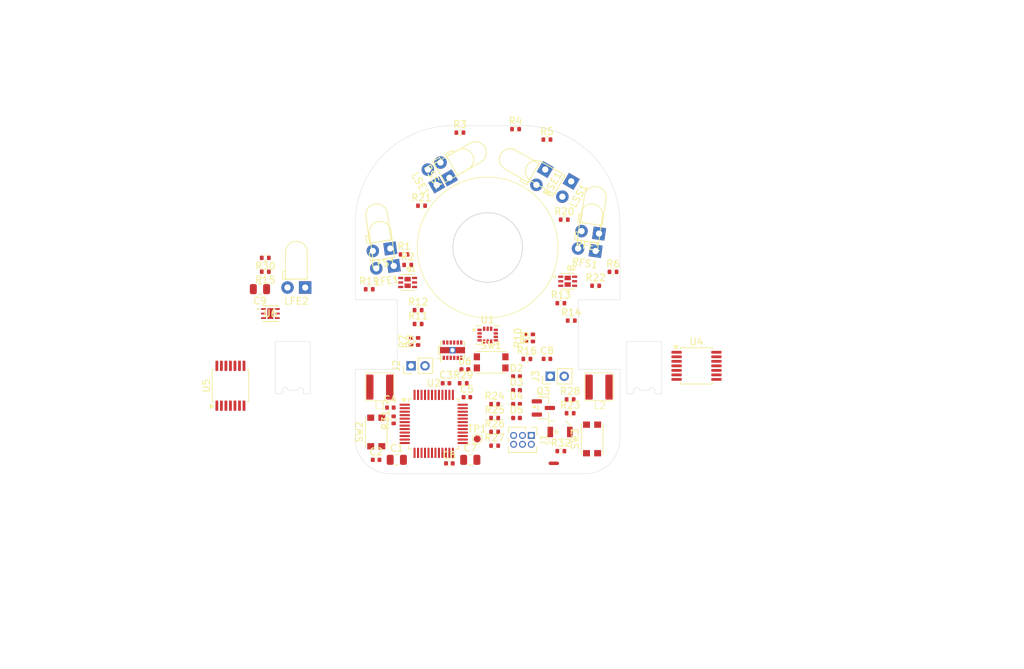
<source format=kicad_pcb>
(kicad_pcb (version 20241229) (generator "pcbnew") (generator_version "9.0")
  (layers (0 "F.Cu" signal) (2 "B.Cu" signal) (13 "F.Paste" user) (15 "B.Paste" user) (5 "F.SilkS" user "F.Silkscreen") (7 "B.SilkS" user "B.Silkscreen") (1 "F.Mask" user) (3 "B.Mask" user) (25 "Edge.Cuts" user))
  (net 0 "")
  (net 33 "Net-(D5-K)")
  (net 34 "GND")
  (net 35 "+BATT")
  (net 36 "+3.3V")
  (net 37 "L_MOT1")
  (net 38 "R_MOT2")
  (net 39 "L_MOT2")
  (net 40 "R_MOT1")
  (net 41 "+3.3VA")
  (net 42 "GNDA")
  (net 43 "NRST")
  (net 44 "SW_B")
  (net 45 "SW_A")
  (net 46 "LFS")
  (net 47 "LSS")
  (net 48 "RSS")
  (net 49 "RFS")
  (net 50 "SPKR")
  (net 51 "LFE")
  (net 52 "+5V")
  (net 53 "Net-(J2-Pin_1)")
  (net 54 "Net-(J3-Pin_1)")
  (net 55 "RFE")
  (net 56 "RSE")
  (net 57 "LSE")
  (net 58 "Net-(J2-Pin_2)")
  (net 59 "Net-(J3-Pin_2)")
  (net 60 "Net-(U2-VCAP)")
  (net 61 "Net-(D2-K)")
  (net 62 "Net-(D3-K)")
  (net 63 "Net-(D4-K)")
  (net 64 "Net-(U3-AOUT1)")
  (net 65 "Net-(U3-BOUT1)")
  (net 116 "Net-(LFE1-K)")
  (net 117 "Net-(LSE1-K)")
  (net 118 "Net-(RSE1-K)")
  (net 119 "Net-(RFE1-K)")
  (net 120 "Net-(Q1-D1-Pad6)")
  (net 121 "Net-(Q1-D2-Pad3)")
  (net 122 "Net-(Q2-D2-Pad3)")
  (net 123 "Net-(Q2-D1-Pad6)")
  (net 124 "LED1")
  (net 125 "LED2")
  (net 126 "LED3")
  (net 127 "LED4")
  (net 128 "Net-(Q3-D)")
  (net 129 "Net-(Q1-G1)")
  (net 130 "Net-(Q1-G2)")
  (net 131 "Net-(Q2-S1)")
  (net 132 "Net-(Q2-S2)")
  (net 133 "Net-(Q3-G)")
  (net 134 "Net-(D6-K)")
  (net 135 "BOOT0")
  (net 138 "Net-(LFE2-A)")
  (net 139 "Net-(LFE2-K)")
  (net 140 "Net-(U6-REXT)")
  (footprint "minimus:SMT-0340-T-R" (layer "F.Cu") (at 110.4 114)
    (property "Reference" "LS1" (hide yes))
    (property "Value" "SMT-0340-T-R")
    (pad "1" smd rect (at -1.4 0) (size 0.8 1.5) (layers "F.Cu" "F.Mask" "F.Paste") (net 36 "+3.3V"))
    (pad "2" smd rect (at 1.4 0) (size 0.8 1.5) (layers "F.Cu" "F.Mask" "F.Paste") (net 128 "Net-(Q3-D)"))
  )
  (footprint "LED_SMD:LED_0402_1005Metric" (layer "F.Cu") (at 104.145 111.99)
    (property "Reference" "D5" (at 0 -1.17 0) (layer "F.SilkS"))
    (property "Value" "LED")
    (pad "1" smd roundrect (at -0.485 0) (size 0.59 0.64) (layers "F.Cu" "F.Mask" "F.Paste") (net 33 "Net-(D5-K)"))
    (pad "2" smd roundrect (at 0.485 0) (size 0.59 0.64) (layers "F.Cu" "F.Mask" "F.Paste") (net 127 "LED4"))
  )
  (footprint "Resistor_SMD:R_0402_1005Metric" (layer "F.Cu") (at 101 113.98)
    (property "Reference" "R26" (at 0 -1.17 0) (layer "F.SilkS"))
    (property "Value" "1k0")
    (pad "1" smd roundrect (at -0.51 0) (size 0.54 0.64) (layers "F.Cu" "F.Mask" "F.Paste") (net 63 "Net-(D4-K)"))
    (pad "2" smd roundrect (at 0.51 0) (size 0.54 0.64) (layers "F.Cu" "F.Mask" "F.Paste") (net 34 "GND"))
  )
  (footprint "Connector_PinHeader_1.27mm:PinHeader_2x03_P1.27mm_Vertical" (layer "F.Cu") (at 106.27 114.5 -90)
    (property "Reference" "J1" (at 0.635 -1.745 90) (layer "F.SilkS"))
    (property "Value" "PROG_SER")
    (pad "1" thru_hole rect (at 0 0 270) (size 1 1) (drill 0.65) (layers "*.Cu" "*.Mask"))
    (pad "2" thru_hole circle (at 1.27 0 270) (size 1 1) (drill 0.65) (layers "*.Cu" "*.Mask"))
    (pad "3" thru_hole circle (at 0 1.27 270) (size 1 1) (drill 0.65) (layers "*.Cu" "*.Mask"))
    (pad "4" thru_hole circle (at 1.27 1.27 270) (size 1 1) (drill 0.65) (layers "*.Cu" "*.Mask"))
    (pad "5" thru_hole circle (at 0 2.54 270) (size 1 1) (drill 0.65) (layers "*.Cu" "*.Mask"))
    (pad "6" thru_hole circle (at 1.27 2.54 270) (size 1 1) (drill 0.65) (layers "*.Cu" "*.Mask"))
  )
  (footprint "Connector_PinHeader_2.00mm:PinHeader_1x02_P2.00mm_Vertical" (layer "F.Cu") (at 109 106 90)
    (property "Reference" "J3" (at 0 -2.11 90) (layer "F.SilkS"))
    (property "Value" "LM")
    (pad "1" thru_hole rect (at 0 0 90) (size 1.35 1.35) (drill 0.8) (layers "*.Cu" "*.Mask") (net 54 "Net-(J3-Pin_1)"))
    (pad "2" thru_hole circle (at 0 2 90) (size 1.35 1.35) (drill 0.8) (layers "*.Cu" "*.Mask") (net 59 "Net-(J3-Pin_2)"))
  )
  (footprint "Resistor_SMD:R_0402_1005Metric" (layer "F.Cu") (at 101 110)
    (property "Reference" "R24" (at 0 -1.17 0) (layer "F.SilkS"))
    (property "Value" "1k0")
    (pad "1" smd roundrect (at -0.51 0) (size 0.54 0.64) (layers "F.Cu" "F.Mask" "F.Paste") (net 61 "Net-(D2-K)"))
    (pad "2" smd roundrect (at 0.51 0) (size 0.54 0.64) (layers "F.Cu" "F.Mask" "F.Paste") (net 34 "GND"))
  )
  (footprint "Button_Switch_SMD:SW_Push_1P1T_NO_CK_KMR2" (layer "F.Cu") (at 84 114 90)
    (property "Reference" "SW2" (at 0 -2.45 90) (layer "F.SilkS"))
    (property "Value" "USER_A")
    (pad "1" smd rect (at -2.05 -0.8 90) (size 0.9 1) (layers "F.Cu" "F.Mask" "F.Paste") (net 34 "GND"))
    (pad "1" smd rect (at 2.05 -0.8 90) (size 0.9 1) (layers "F.Cu" "F.Mask" "F.Paste") (net 34 "GND"))
    (pad "2" smd rect (at -2.05 0.8 90) (size 0.9 1) (layers "F.Cu" "F.Mask" "F.Paste") (net 45 "SW_A"))
    (pad "2" smd rect (at 2.05 0.8 90) (size 0.9 1) (layers "F.Cu" "F.Mask" "F.Paste") (net 45 "SW_A"))
  )
  (footprint "Resistor_SMD:R_0402_1005Metric" (layer "F.Cu") (at 86.5 112.26 90)
    (property "Reference" "R31" (at 0 -1.17 90) (layer "F.SilkS"))
    (property "Value" "47k")
    (pad "1" smd roundrect (at -0.51 0 90) (size 0.54 0.64) (layers "F.Cu" "F.Mask" "F.Paste") (net 36 "+3.3V"))
    (pad "2" smd roundrect (at 0.51 0 90) (size 0.54 0.64) (layers "F.Cu" "F.Mask" "F.Paste") (net 45 "SW_A"))
  )
  (footprint "Resistor_SMD:R_0402_1005Metric" (layer "F.Cu") (at 96.01 71)
    (property "Reference" "R3" (at 0 -1.17 0) (layer "F.SilkS"))
    (property "Value" "33R")
    (pad "1" smd roundrect (at -0.51 0) (size 0.54 0.64) (layers "F.Cu" "F.Mask" "F.Paste") (net 117 "Net-(LSE1-K)"))
    (pad "2" smd roundrect (at 0.51 0) (size 0.54 0.64) (layers "F.Cu" "F.Mask" "F.Paste") (net 120 "Net-(Q1-D1-Pad6)"))
  )
  (footprint "Resistor_SMD:R_0402_1005Metric" (layer "F.Cu") (at 101 111.99)
    (property "Reference" "R25" (at 0 -1.17 0) (layer "F.SilkS"))
    (property "Value" "1k0")
    (pad "1" smd roundrect (at -0.51 0) (size 0.54 0.64) (layers "F.Cu" "F.Mask" "F.Paste") (net 62 "Net-(D3-K)"))
    (pad "2" smd roundrect (at 0.51 0) (size 0.54 0.64) (layers "F.Cu" "F.Mask" "F.Paste") (net 34 "GND"))
  )
  (footprint "LED_THT:LED_D3.0mm_Horizontal_O1.27mm_Z2.0mm_IRBlack" (layer "F.Cu") (at 86.515281 90.1465 -172)
    (property "Reference" "LFE1" (at 1.27 -1.96 8) (layer "F.SilkS"))
    (property "Value" "SFH4050")
    (pad "1" thru_hole rect (at 0 0 188) (size 1.8 1.8) (drill 0.9) (layers "*.Cu" "*.Mask") (net 116 "Net-(LFE1-K)"))
    (pad "2" thru_hole circle (at 2.54 0 188) (size 1.8 1.8) (drill 0.9) (layers "*.Cu" "*.Mask") (net 52 "+5V"))
  )
  (footprint "Resistor_SMD:R_0402_1005Metric" (layer "F.Cu") (at 118.01 91)
    (property "Reference" "R6" (at 0 -1.17 0) (layer "F.SilkS"))
    (property "Value" "33R")
    (pad "1" smd roundrect (at -0.51 0) (size 0.54 0.64) (layers "F.Cu" "F.Mask" "F.Paste") (net 119 "Net-(RFE1-K)"))
    (pad "2" smd roundrect (at 0.51 0) (size 0.54 0.64) (layers "F.Cu" "F.Mask" "F.Paste") (net 123 "Net-(Q2-D1-Pad6)"))
  )
  (footprint "Connector_PinHeader_2.00mm:PinHeader_1x02_P2.00mm_Vertical" (layer "F.Cu") (at 89 104.5 90)
    (property "Reference" "J2" (at 0 -2.11 90) (layer "F.SilkS"))
    (property "Value" "LM")
    (pad "1" thru_hole rect (at 0 0 90) (size 1.35 1.35) (drill 0.8) (layers "*.Cu" "*.Mask") (net 53 "Net-(J2-Pin_1)"))
    (pad "2" thru_hole circle (at 0 2 90) (size 1.35 1.35) (drill 0.8) (layers "*.Cu" "*.Mask") (net 58 "Net-(J2-Pin_2)"))
  )
  (footprint "Resistor_SMD:R_0402_1005Metric" (layer "F.Cu") (at 82.99 93.5)
    (property "Reference" "R19" (at 0 -1.17 0) (layer "F.SilkS"))
    (property "Value" "1k0")
    (pad "1" smd roundrect (at -0.51 0) (size 0.54 0.64) (layers "F.Cu" "F.Mask" "F.Paste") (net 46 "LFS"))
    (pad "2" smd roundrect (at 0.51 0) (size 0.54 0.64) (layers "F.Cu" "F.Mask" "F.Paste") (net 42 "GNDA"))
  )
  (footprint "Resistor_SMD:R_0402_1005Metric" (layer "F.Cu") (at 90.01 96.5)
    (property "Reference" "R12" (at 0 -1.17 0) (layer "F.SilkS"))
    (property "Value" "47k")
    (pad "1" smd roundrect (at -0.51 0) (size 0.54 0.64) (layers "F.Cu" "F.Mask" "F.Paste") (net 129 "Net-(Q1-G1)"))
    (pad "2" smd roundrect (at 0.51 0) (size 0.54 0.64) (layers "F.Cu" "F.Mask" "F.Paste") (net 34 "GND"))
  )
  (footprint "Resistor_SMD:R_0402_1005Metric" (layer "F.Cu") (at 88 88.5)
    (property "Reference" "R1" (at 0 -1.17 0) (layer "F.SilkS"))
    (property "Value" "33R")
    (pad "1" smd roundrect (at -0.51 0) (size 0.54 0.64) (layers "F.Cu" "F.Mask" "F.Paste") (net 116 "Net-(LFE1-K)"))
    (pad "2" smd roundrect (at 0.51 0) (size 0.54 0.64) (layers "F.Cu" "F.Mask" "F.Paste") (net 121 "Net-(Q1-D2-Pad3)"))
  )
  (footprint "Resistor_SMD:R_0402_1005Metric" (layer "F.Cu") (at 115.51 93)
    (property "Reference" "R22" (at 0 -1.17 0) (layer "F.SilkS"))
    (property "Value" "1k0")
    (pad "1" smd roundrect (at -0.51 0) (size 0.54 0.64) (layers "F.Cu" "F.Mask" "F.Paste") (net 49 "RFS"))
    (pad "2" smd roundrect (at 0.51 0) (size 0.54 0.64) (layers "F.Cu" "F.Mask" "F.Paste") (net 42 "GNDA"))
  )
  (footprint "minimus:IFSC-1515AH-01" (layer "F.Cu") (at 84.5 107.5)
    (property "Reference" "L1" (at 0.1 2.7 0) (layer "F.SilkS") (effects (font (thickness 0.1))))
    (property "Value" "47uH")
    (pad "1" smd roundrect (at -1.475 0.05) (size 1.15 3.6) (layers "F.Cu" "F.Mask" "F.Paste") (roundrect_rratio 0.15) (net 64 "Net-(U3-AOUT1)"))
    (pad "2" smd roundrect (at 1.475 0.05) (size 1.15 3.6) (layers "F.Cu" "F.Mask" "F.Paste") (roundrect_rratio 0.15) (net 53 "Net-(J2-Pin_1)"))
  )
  (footprint "Resistor_SMD:R_0402_1005Metric" (layer "F.Cu") (at 89 101 90)
    (property "Reference" "R7" (at 0 -1.17 90) (layer "F.SilkS"))
    (property "Value" "1k0")
    (pad "1" smd roundrect (at -0.51 0 90) (size 0.54 0.64) (layers "F.Cu" "F.Mask" "F.Paste") (net 56 "RSE"))
    (pad "2" smd roundrect (at 0.51 0 90) (size 0.54 0.64) (layers "F.Cu" "F.Mask" "F.Paste") (net 129 "Net-(Q1-G1)"))
  )
  (footprint "Resistor_SMD:R_0402_1005Metric" (layer "F.Cu") (at 112.01 98)
    (property "Reference" "R14" (at 0 -1.17 0) (layer "F.SilkS"))
    (property "Value" "47k")
    (pad "1" smd roundrect (at -0.51 0) (size 0.54 0.64) (layers "F.Cu" "F.Mask" "F.Paste") (net 131 "Net-(Q2-S1)"))
    (pad "2" smd roundrect (at 0.51 0) (size 0.54 0.64) (layers "F.Cu" "F.Mask" "F.Paste") (net 34 "GND"))
  )
  (footprint "Resistor_SMD:R_0402_1005Metric" (layer "F.Cu") (at 111 83.5)
    (property "Reference" "R20" (at 0 -1.17 0) (layer "F.SilkS"))
    (property "Value" "1k0")
    (pad "1" smd roundrect (at -0.51 0) (size 0.54 0.64) (layers "F.Cu" "F.Mask" "F.Paste") (net 47 "LSS"))
    (pad "2" smd roundrect (at 0.51 0) (size 0.54 0.64) (layers "F.Cu" "F.Mask" "F.Paste") (net 42 "GNDA"))
  )
  (footprint "Package_TO_SOT_SMD:SOT-23" (layer "F.Cu") (at 108 110.55)
    (property "Reference" "Q3" (at 0 -2.4 0) (layer "F.SilkS"))
    (property "Value" "DMN3051L")
    (pad "1" smd roundrect (at -0.9375 -0.95) (size 1.475 0.6) (layers "F.Cu" "F.Mask" "F.Paste") (net 133 "Net-(Q3-G)"))
    (pad "2" smd roundrect (at -0.9375 0.95) (size 1.475 0.6) (layers "F.Cu" "F.Mask" "F.Paste") (net 34 "GND"))
    (pad "3" smd roundrect (at 0.9375 0) (size 1.475 0.6) (layers "F.Cu" "F.Mask" "F.Paste") (net 128 "Net-(Q3-D)"))
  )
  (footprint "Capacitor_SMD:C_0805_2012Metric" (layer "F.Cu") (at 97.5 118)
    (property "Reference" "C7" (at 0 -1.68 0) (layer "F.SilkS"))
    (property "Value" "4.7uF")
    (pad "1" smd roundrect (at -0.95 0) (size 1 1.45) (layers "F.Cu" "F.Mask" "F.Paste") (net 60 "Net-(U2-VCAP)"))
    (pad "2" smd roundrect (at 0.95 0) (size 1 1.45) (layers "F.Cu" "F.Mask" "F.Paste") (net 34 "GND"))
  )
  (footprint "Resistor_SMD:R_0402_1005Metric" (layer "F.Cu") (at 106.5 100.49 90)
    (property "Reference" "R8" (at 0 -1.17 90) (layer "F.SilkS"))
    (property "Value" "1k0")
    (pad "1" smd roundrect (at -0.51 0 90) (size 0.54 0.64) (layers "F.Cu" "F.Mask" "F.Paste") (net 55 "RFE"))
    (pad "2" smd roundrect (at 0.51 0 90) (size 0.54 0.64) (layers "F.Cu" "F.Mask" "F.Paste") (net 34 "GND"))
  )
  (footprint "Resistor_SMD:R_0402_1005Metric" (layer "F.Cu") (at 104.01 70.5)
    (property "Reference" "R4" (at 0 -1.17 0) (layer "F.SilkS"))
    (property "Value" "33R")
    (pad "1" smd roundrect (at -0.51 0) (size 0.54 0.64) (layers "F.Cu" "F.Mask" "F.Paste") (net 118 "Net-(RSE1-K)"))
    (pad "2" smd roundrect (at 0.51 0) (size 0.54 0.64) (layers "F.Cu" "F.Mask" "F.Paste") (net 122 "Net-(Q2-D2-Pad3)"))
  )
  (footprint "NetTie:NetTie-2_SMD_Pad0.5mm" (layer "F.Cu") (at 109.5 118.5)
    (property "Reference" "NT1" (hide yes))
    (property "Value" "NetTie_2" (hide yes))
    (fp_poly (pts (xy -0.5 -0.25) (xy 0.5 -0.25) (xy 0.5 0.25) (xy -0.5 0.25)) (fill yes) (layer "F.Cu"))
    (pad "1" smd circle (at -0.5 0) (size 0.5 0.5) (layers "F.Cu") (net 34 "GND"))
    (pad "2" smd circle (at 0.5 0) (size 0.5 0.5) (layers "F.Cu") (net 42 "GNDA"))
  )
  (footprint "Capacitor_SMD:C_0805_2012Metric" (layer "F.Cu") (at 86.95 118)
    (property "Reference" "C1" (at 0 -1.68 0) (layer "F.SilkS"))
    (property "Value" "4.7uF")
    (pad "1" smd roundrect (at -0.95 0) (size 1 1.45) (layers "F.Cu" "F.Mask" "F.Paste") (net 41 "+3.3VA"))
    (pad "2" smd roundrect (at 0.95 0) (size 1 1.45) (layers "F.Cu" "F.Mask" "F.Paste") (net 42 "GNDA"))
  )
  (footprint "TestPoint:TestPoint_Pad_D1.0mm" (layer "F.Cu") (at 98.5 115)
    (property "Reference" "TP1" (at 0 -1.448 0) (layer "F.SilkS"))
    (property "Value" "BOOT_SEL")
    (pad "1" smd circle (at 0 0) (size 1 1) (layers "F.Cu" "F.Mask") (net 135 "BOOT0"))
  )
  (footprint "BCR420UFD:U-DFN2020-6_2X2_DIO" (layer "F.Cu") (at 68.7906 96.99)
    (property "Reference" "U6" (at 0 0 0) (layer "F.SilkS"))
    (property "Value" "BCR420UFD-7")
    (pad "1" smd rect (at -0.9906 -0.649986) (size 0.7112 0.254) (layers "F.Cu" "F.Mask" "F.Paste"))
    (pad "2" smd rect (at -0.9906 0) (size 0.7112 0.254) (layers "F.Cu" "F.Mask" "F.Paste") (net 139 "Net-(LFE2-K)"))
    (pad "3" smd rect (at -0.9906 0.649986) (size 0.7112 0.254) (layers "F.Cu" "F.Mask" "F.Paste"))
    (pad "4" smd rect (at 0.9906 0.649986) (size 0.7112 0.254) (layers "F.Cu" "F.Mask" "F.Paste") (net 51 "LFE"))
    (pad "5" smd rect (at 0.9906 0) (size 0.7112 0.254) (layers "F.Cu" "F.Mask" "F.Paste") (net 140 "Net-(U6-REXT)"))
    (pad "6" smd rect (at 0.9906 -0.649986) (size 0.7112 0.254) (layers "F.Cu" "F.Mask" "F.Paste") (net 34 "GND"))
    (pad "7" smd rect (at 0 0) (size 0.8636 1.5494) (layers "F.Cu" "F.Mask" "F.Paste") (net 51 "LFE"))
  )
  (footprint "Resistor_SMD:R_0402_1005Metric" (layer "F.Cu") (at 111.8475 111.31)
    (property "Reference" "R23" (at 0 -1.17 0) (layer "F.SilkS"))
    (property "Value" "1k0")
    (pad "1" smd roundrect (at -0.51 0) (size 0.54 0.64) (layers "F.Cu" "F.Mask" "F.Paste") (net 50 "SPKR"))
    (pad "2" smd roundrect (at 0.51 0) (size 0.54 0.64) (layers "F.Cu" "F.Mask" "F.Paste") (net 133 "Net-(Q3-G)"))
  )
  (footprint "Resistor_SMD:R_0402_1005Metric" (layer "F.Cu") (at 101 115.97)
    (property "Reference" "R27" (at 0 -1.17 0) (layer "F.SilkS"))
    (property "Value" "1k0")
    (pad "1" smd roundrect (at -0.51 0) (size 0.54 0.64) (layers "F.Cu" "F.Mask" "F.Paste") (net 33 "Net-(D5-K)"))
    (pad "2" smd roundrect (at 0.51 0) (size 0.54 0.64) (layers "F.Cu" "F.Mask" "F.Paste") (net 34 "GND"))
  )
  (footprint "Resistor_SMD:R_0402_1005Metric" (layer "F.Cu") (at 90.01 98.49)
    (property "Reference" "R11" (at 0 -1.17 0) (layer "F.SilkS"))
    (property "Value" "47k")
    (pad "1" smd roundrect (at -0.51 0) (size 0.54 0.64) (layers "F.Cu" "F.Mask" "F.Paste") (net 130 "Net-(Q1-G2)"))
    (pad "2" smd roundrect (at 0.51 0) (size 0.54 0.64) (layers "F.Cu" "F.Mask" "F.Paste") (net 34 "GND"))
  )
  (footprint "Resistor_SMD:R_0402_1005Metric" (layer "F.Cu") (at 111.8475 109.32)
    (property "Reference" "R28" (at 0 -1.17 0) (layer "F.SilkS"))
    (property "Value" "1k0")
    (pad "1" smd roundrect (at -0.51 0) (size 0.54 0.64) (layers "F.Cu" "F.Mask" "F.Paste") (net 133 "Net-(Q3-G)"))
    (pad "2" smd roundrect (at 0.51 0) (size 0.54 0.64) (layers "F.Cu" "F.Mask" "F.Paste") (net 34 "GND"))
  )
  (footprint "Capacitor_SMD:C_0402_1005Metric" (layer "F.Cu") (at 94.02 107)
    (property "Reference" "C3" (at 0 -1.16 0) (layer "F.SilkS"))
    (property "Value" "100nF")
    (pad "1" smd roundrect (at -0.48 0) (size 0.56 0.62) (layers "F.Cu" "F.Mask" "F.Paste") (net 36 "+3.3V"))
    (pad "2" smd roundrect (at 0.48 0) (size 0.56 0.62) (layers "F.Cu" "F.Mask" "F.Paste") (net 34 "GND"))
  )
  (footprint "LED_SMD:LED_0402_1005Metric" (layer "F.Cu") (at 104.145 110)
    (property "Reference" "D4" (at 0 -1.17 0) (layer "F.SilkS"))
    (property "Value" "LED")
    (pad "1" smd roundrect (at -0.485 0) (size 0.59 0.64) (layers "F.Cu" "F.Mask" "F.Paste") (net 63 "Net-(D4-K)"))
    (pad "2" smd roundrect (at 0.485 0) (size 0.59 0.64) (layers "F.Cu" "F.Mask" "F.Paste") (net 126 "LED3"))
  )
  (footprint "Package_SO:TSSOP-14_4.4x5mm_P0.65mm" (layer "F.Cu") (at 130 104.5)
    (property "Reference" "U4" (at 0 -3.45 0) (layer "F.SilkS"))
    (property "Value" "AS5047D")
    (pad "1" smd roundrect (at -2.8625 -1.95) (size 1.475 0.4) (layers "F.Cu" "F.Mask" "F.Paste"))
    (pad "2" smd roundrect (at -2.8625 -1.3) (size 1.475 0.4) (layers "F.Cu" "F.Mask" "F.Paste"))
    (pad "3" smd roundrect (at -2.8625 -0.65) (size 1.475 0.4) (layers "F.Cu" "F.Mask" "F.Paste"))
    (pad "4" smd roundrect (at -2.8625 0) (size 1.475 0.4) (layers "F.Cu" "F.Mask" "F.Paste"))
    (pad "5" smd roundrect (at -2.8625 0.65) (size 1.475 0.4) (layers "F.Cu" "F.Mask" "F.Paste"))
    (pad "6" smd roundrect (at -2.8625 1.3) (size 1.475 0.4) (layers "F.Cu" "F.Mask" "F.Paste"))
    (pad "7" smd roundrect (at -2.8625 1.95) (size 1.475 0.4) (layers "F.Cu" "F.Mask" "F.Paste"))
    (pad "8" smd roundrect (at 2.8625 1.95) (size 1.475 0.4) (layers "F.Cu" "F.Mask" "F.Paste"))
    (pad "9" smd roundrect (at 2.8625 1.3) (size 1.475 0.4) (layers "F.Cu" "F.Mask" "F.Paste"))
    (pad "10" smd roundrect (at 2.8625 0.65) (size 1.475 0.4) (layers "F.Cu" "F.Mask" "F.Paste"))
    (pad "11" smd roundrect (at 2.8625 0) (size 1.475 0.4) (layers "F.Cu" "F.Mask" "F.Paste"))
    (pad "12" smd roundrect (at 2.8625 -0.65) (size 1.475 0.4) (layers "F.Cu" "F.Mask" "F.Paste"))
    (pad "13" smd roundrect (at 2.8625 -1.3) (size 1.475 0.4) (layers "F.Cu" "F.Mask" "F.Paste") (net 34 "GND"))
    (pad "14" smd roundrect (at 2.8625 -1.95) (size 1.475 0.4) (layers "F.Cu" "F.Mask" "F.Paste"))
  )
  (footprint "Resistor_SMD:R_0402_1005Metric" (layer "F.Cu") (at 88.51 90)
    (property "Reference" "R2" (at 0 -1.17 0) (layer "F.SilkS"))
    (property "Value" "33R")
    (pad "1" smd roundrect (at -0.51 0) (size 0.54 0.64) (layers "F.Cu" "F.Mask" "F.Paste") (net 118 "Net-(RSE1-K)"))
    (pad "2" smd roundrect (at 0.51 0) (size 0.54 0.64) (layers "F.Cu" "F.Mask" "F.Paste") (net 120 "Net-(Q1-D1-Pad6)"))
  )
  (footprint "LED_THT:LED_D3.0mm_Horizontal_O1.27mm_Z2.0mm_IRBlack" (layer "F.Cu") (at 108.27 76.300295 -120)
    (property "Reference" "RSE1" (at 1.27 -1.96 60) (layer "F.SilkS"))
    (property "Value" "SFH4050")
    (pad "1" thru_hole rect (at 0 0 240) (size 1.8 1.8) (drill 0.9) (layers "*.Cu" "*.Mask") (net 118 "Net-(RSE1-K)"))
    (pad "2" thru_hole circle (at 2.54 0 240) (size 1.8 1.8) (drill 0.9) (layers "*.Cu" "*.Mask") (net 52 "+5V"))
  )
  (footprint "LED_THT:LED_D3.0mm_Horizontal_O1.27mm_Z2.0mm_IRBlack" (layer "F.Cu") (at 92.679818 78.517352 120)
    (property "Reference" "LSE1" (at 1.27 -1.96 120) (layer "F.SilkS"))
    (property "Value" "SFH4050")
    (pad "1" thru_hole rect (at 0 0 120) (size 1.8 1.8) (drill 0.9) (layers "*.Cu" "*.Mask") (net 117 "Net-(LSE1-K)"))
    (pad "2" thru_hole circle (at 2.54 0 120) (size 1.8 1.8) (drill 0.9) (layers "*.Cu" "*.Mask") (net 52 "+5V"))
  )
  (footprint "LED_THT:LED_D3.0mm_Horizontal_O1.27mm_Z2.0mm_Clear" (layer "F.Cu") (at 86.015281 87.6465 -172)
    (property "Reference" "LFS1" (at 1.27 -1.96 8) (layer "F.SilkS"))
    (property "Value" "SFH309")
    (pad "1" thru_hole rect (at 0 0 188) (size 1.8 1.8) (drill 0.9) (layers "*.Cu" "*.Mask") (net 41 "+3.3VA"))
    (pad "2" thru_hole circle (at 2.54 0 188) (size 1.8 1.8) (drill 0.9) (layers "*.Cu" "*.Mask") (net 46 "LFS"))
  )
  (footprint "LED_SMD:LED_0402_1005Metric" (layer "F.Cu") (at 96.725 105.01)
    (property "Reference" "D6" (at 0 -1.17 0) (layer "F.SilkS"))
    (property "Value" "LED")
    (pad "1" smd roundrect (at -0.485 0) (size 0.59 0.64) (layers "F.Cu" "F.Mask" "F.Paste") (net 134 "Net-(D6-K)"))
    (pad "2" smd roundrect (at 0.485 0) (size 0.59 0.64) (layers "F.Cu" "F.Mask" "F.Paste") (net 135 "BOOT0"))
  )
  (footprint "Resistor_SMD:R_0402_1005Metric" (layer "F.Cu") (at 105.63 103.51)
    (property "Reference" "R16" (at 0 -1.17 0) (layer "F.SilkS"))
    (property "Value" "10k")
    (pad "1" smd roundrect (at -0.51 0) (size 0.54 0.64) (layers "F.Cu" "F.Mask" "F.Paste") (net 36 "+3.3V"))
    (pad "2" smd roundrect (at 0.51 0) (size 0.54 0.64) (layers "F.Cu" "F.Mask" "F.Paste") (net 43 "NRST"))
  )
  (footprint "Package_LGA:LGA-14_3x2.5mm_P0.5mm_LayoutBorder3x4y" (layer "F.Cu") (at 100 100.0875)
    (property "Reference" "U1" (at 0 -2.2 0) (layer "F.SilkS"))
    (property "Value" "LSM6DSRTR")
    (pad "1" smd roundrect (at -1.1625 -0.75) (size 0.625 0.35) (layers "F.Cu" "F.Mask" "F.Paste"))
    (pad "2" smd roundrect (at -1.1625 -0.25) (size 0.625 0.35) (layers "F.Cu" "F.Mask" "F.Paste"))
    (pad "3" smd roundrect (at -1.1625 0.25) (size 0.625 0.35) (layers "F.Cu" "F.Mask" "F.Paste"))
    (pad "4" smd roundrect (at -1.1625 0.75) (size 0.625 0.35) (layers "F.Cu" "F.Mask" "F.Paste"))
    (pad "5" smd roundrect (at -0.5 0.9125) (size 0.35 0.625) (layers "F.Cu" "F.Mask" "F.Paste"))
    (pad "6" smd roundrect (at 0 0.9125) (size 0.35 0.625) (layers "F.Cu" "F.Mask" "F.Paste") (net 34 "GND"))
    (pad "7" smd roundrect (at 0.5 0.9125) (size 0.35 0.625) (layers "F.Cu" "F.Mask" "F.Paste") (net 34 "GND"))
    (pad "8" smd roundrect (at 1.1625 0.75) (size 0.625 0.35) (layers "F.Cu" "F.Mask" "F.Paste"))
    (pad "9" smd roundrect (at 1.1625 0.25) (size 0.625 0.35) (layers "F.Cu" "F.Mask" "F.Paste"))
    (pad "10" smd roundrect (at 1.1625 -0.25) (size 0.625 0.35) (layers "F.Cu" "F.Mask" "F.Paste"))
    (pad "11" smd roundrect (at 1.1625 -0.75) (size 0.625 0.35) (layers "F.Cu" "F.Mask" "F.Paste"))
    (pad "12" smd roundrect (at 0.5 -0.9125) (size 0.35 0.625) (layers "F.Cu" "F.Mask" "F.Paste"))
    (pad "13" smd roundrect (at 0 -0.9125) (size 0.35 0.625) (layers "F.Cu" "F.Mask" "F.Paste"))
    (pad "14" smd roundrect (at -0.5 -0.9125) (size 0.35 0.625) (layers "F.Cu" "F.Mask" "F.Paste"))
  )
  (footprint "LED_THT:LED_D3.0mm_Horizontal_O1.27mm_Z2.0mm_IRBlack" (layer "F.Cu") (at 116 85.5 172)
    (property "Reference" "RFE1" (at 1.269998 -1.959999 172) (layer "F.SilkS"))
    (property "Value" "SFH4050")
    (pad "1" thru_hole rect (at 0 0 172) (size 1.8 1.8) (drill 0.9) (layers "*.Cu" "*.Mask") (net 119 "Net-(RFE1-K)"))
    (pad "2" thru_hole circle (at 2.54 -0.000002 172) (size 1.8 1.8) (drill 0.9) (layers "*.Cu" "*.Mask") (net 52 "+5V"))
  )
  (footprint "Button_Switch_SMD:SW_Push_1P1T_NO_CK_KMR2" (layer "F.Cu") (at 100.5 104)
    (property "Reference" "SW1" (at 0 -2.45 0) (layer "F.SilkS"))
    (property "Value" "RESET")
    (pad "1" smd rect (at -2.05 -0.8) (size 0.9 1) (layers "F.Cu" "F.Mask" "F.Paste") (net 34 "GND"))
    (pad "1" smd rect (at 2.05 -0.8) (size 0.9 1) (layers "F.Cu" "F.Mask" "F.Paste") (net 34 "GND"))
    (pad "2" smd rect (at -2.05 0.8) (size 0.9 1) (layers "F.Cu" "F.Mask" "F.Paste") (net 43 "NRST"))
    (pad "2" smd rect (at 2.05 0.8) (size 0.9 1) (layers "F.Cu" "F.Mask" "F.Paste") (net 43 "NRST"))
  )
  (footprint "LED_THT:LED_D3.0mm_Horizontal_O1.27mm_Z2.0mm_Clear" (layer "F.Cu") (at 115.5 88 172)
    (property "Reference" "RFS1" (at 1.27 -1.96 172) (layer "F.SilkS"))
    (property "Value" "SFH309")
    (pad "1" thru_hole rect (at 0 0 172) (size 1.8 1.8) (drill 0.9) (layers "*.Cu" "*.Mask") (net 41 "+3.3VA"))
    (pad "2" thru_hole circle (at 2.54 0 172) (size 1.8 1.8) (drill 0.9) (layers "*.Cu" "*.Mask") (net 49 "RFS"))
  )
  (footprint "Resistor_SMD:R_0402_1005Metric" (layer "F.Cu") (at 105.5 100.49 90)
    (property "Reference" "R10" (at 0 -1.17 90) (layer "F.SilkS"))
    (property "Value" "1k0")
    (pad "1" smd roundrect (at -0.51 0 90) (size 0.54 0.64) (layers "F.Cu" "F.Mask" "F.Paste") (net 57 "LSE"))
    (pad "2" smd roundrect (at 0.51 0 90) (size 0.54 0.64) (layers "F.Cu" "F.Mask" "F.Paste") (net 34 "GND"))
  )
  (footprint "LED_THT:LED_D3.0mm_Horizontal_O1.27mm_Z2.0mm_Clear" (layer "F.Cu") (at 112 78 -120)
    (property "Reference" "LSS1" (at 1.27 -1.96 60) (layer "F.SilkS"))
    (property "Value" "SFH309")
    (pad "1" thru_hole rect (at 0 0 240) (size 1.8 1.8) (drill 0.9) (layers "*.Cu" "*.Mask") (net 41 "+3.3VA"))
    (pad "2" thru_hole circle (at 2.54 0 240) (size 1.8 1.8) (drill 0.9) (layers "*.Cu" "*.Mask") (net 47 "LSS"))
  )
  (footprint "Capacitor_SMD:C_0402_1005Metric" (layer "F.Cu") (at 86.02 110.5)
    (property "Reference" "C4" (at 0 -1.16 0) (layer "F.SilkS"))
    (property "Value" "100nF")
    (pad "1" smd roundrect (at -0.48 0) (size 0.56 0.62) (layers "F.Cu" "F.Mask" "F.Paste") (net 36 "+3.3V"))
    (pad "2" smd roundrect (at 0.48 0) (size 0.56 0.62) (layers "F.Cu" "F.Mask" "F.Paste") (net 34 "GND"))
  )
  (footprint "Button_Switch_SMD:SW_Push_1P1T_NO_CK_KMR2" (layer "F.Cu") (at 115 115 90)
    (property "Reference" "SW3" (at 0 -2.45 90) (layer "F.SilkS"))
    (property "Value" "USER_B")
    (pad "1" smd rect (at -2.05 -0.8 90) (size 0.9 1) (layers "F.Cu" "F.Mask" "F.Paste") (net 44 "SW_B"))
    (pad "1" smd rect (at 2.05 -0.8 90) (size 0.9 1) (layers "F.Cu" "F.Mask" "F.Paste") (net 44 "SW_B"))
    (pad "2" smd rect (at -2.05 0.8 90) (size 0.9 1) (layers "F.Cu" "F.Mask" "F.Paste") (net 34 "GND"))
    (pad "2" smd rect (at 2.05 0.8 90) (size 0.9 1) (layers "F.Cu" "F.Mask" "F.Paste") (net 34 "GND"))
  )
  (footprint "Resistor_SMD:R_0402_1005Metric" (layer "F.Cu") (at 90.01 101 90)
    (property "Reference" "R9" (at 0 -1.17 90) (layer "F.SilkS"))
    (property "Value" "1k0")
    (pad "1" smd roundrect (at -0.51 0 90) (size 0.54 0.64) (layers "F.Cu" "F.Mask" "F.Paste") (net 51 "LFE"))
    (pad "2" smd roundrect (at 0.51 0 90) (size 0.54 0.64) (layers "F.Cu" "F.Mask" "F.Paste") (net 130 "Net-(Q1-G2)"))
  )
  (footprint "Package_QFP:LQFP-48_7x7mm_P0.5mm" (layer "F.Cu") (at 92.25 112.8375)
    (property "Reference" "U2" (at 0 -5.85 0) (layer "F.SilkS"))
    (property "Value" "STM32U575CITx")
    (pad "1" smd roundrect (at -4.1625 -2.75) (size 1.475 0.3) (layers "F.Cu" "F.Mask" "F.Paste") (net 36 "+3.3V"))
    (pad "2" smd roundrect (at -4.1625 -2.25) (size 1.475 0.3) (layers "F.Cu" "F.Mask" "F.Paste"))
    (pad "3" smd roundrect (at -4.1625 -1.75) (size 1.475 0.3) (layers "F.Cu" "F.Mask" "F.Paste"))
    (pad "4" smd roundrect (at -4.1625 -1.25) (size 1.475 0.3) (layers "F.Cu" "F.Mask" "F.Paste"))
    (pad "5" smd roundrect (at -4.1625 -0.75) (size 1.475 0.3) (layers "F.Cu" "F.Mask" "F.Paste"))
    (pad "6" smd roundrect (at -4.1625 -0.25) (size 1.475 0.3) (layers "F.Cu" "F.Mask" "F.Paste"))
    (pad "7" smd roundrect (at -4.1625 0.25) (size 1.475 0.3) (layers "F.Cu" "F.Mask" "F.Paste"))
    (pad "8" smd roundrect (at -4.1625 0.75) (size 1.475 0.3) (layers "F.Cu" "F.Mask" "F.Paste") (net 42 "GNDA"))
    (pad "9" smd roundrect (at -4.1625 1.25) (size 1.475 0.3) (layers "F.Cu" "F.Mask" "F.Paste") (net 41 "+3.3VA"))
    (pad "10" smd roundrect (at -4.1625 1.75) (size 1.475 0.3) (layers "F.Cu" "F.Mask" "F.Paste"))
    (pad "11" smd roundrect (at -4.1625 2.25) (size 1.475 0.3) (layers "F.Cu" "F.Mask" "F.Paste"))
    (pad "12" smd roundrect (at -4.1625 2.75) (size 1.475 0.3) (layers "F.Cu" "F.Mask" "F.Paste"))
    (pad "13" smd roundrect (at -2.75 4.1625) (size 0.3 1.475) (layers "F.Cu" "F.Mask" "F.Paste"))
    (pad "14" smd roundrect (at -2.25 4.1625) (size 0.3 1.475) (layers "F.Cu" "F.Mask" "F.Paste"))
    (pad "15" smd roundrect (at -1.75 4.1625) (size 0.3 1.475) (layers "F.Cu" "F.Mask" "F.Paste"))
    (pad "16" smd roundrect (at -1.25 4.1625) (size 0.3 1.475) (layers "F.Cu" "F.Mask" "F.Paste"))
    (pad "17" smd roundrect (at -0.75 4.1625) (size 0.3 1.475) (layers "F.Cu" "F.Mask" "F.Paste"))
    (pad "18" smd roundrect (at -0.25 4.1625) (size 0.3 1.475) (layers "F.Cu" "F.Mask" "F.Paste"))
    (pad "19" smd roundrect (at 0.25 4.1625) (size 0.3 1.475) (layers "F.Cu" "F.Mask" "F.Paste"))
    (pad "20" smd roundrect (at 0.75 4.1625) (size 0.3 1.475) (layers "F.Cu" "F.Mask" "F.Paste"))
    (pad "21" smd roundrect (at 1.25 4.1625) (size 0.3 1.475) (layers "F.Cu" "F.Mask" "F.Paste"))
    (pad "22" smd roundrect (at 1.75 4.1625) (size 0.3 1.475) (layers "F.Cu" "F.Mask" "F.Paste") (net 60 "Net-(U2-VCAP)"))
    (pad "23" smd roundrect (at 2.25 4.1625) (size 0.3 1.475) (layers "F.Cu" "F.Mask" "F.Paste") (net 34 "GND"))
    (pad "24" smd roundrect (at 2.75 4.1625) (size 0.3 1.475) (layers "F.Cu" "F.Mask" "F.Paste") (net 36 "+3.3V"))
    (pad "25" smd roundrect (at 4.1625 2.75) (size 1.475 0.3) (layers "F.Cu" "F.Mask" "F.Paste"))
    (pad "26" smd roundrect (at 4.1625 2.25) (size 1.475 0.3) (layers "F.Cu" "F.Mask" "F.Paste"))
    (pad "27" smd roundrect (at 4.1625 1.75) (size 1.475 0.3) (layers "F.Cu" "F.Mask" "F.Paste"))
    (pad "28" smd roundrect (at 4.1625 1.25) (size 1.475 0.3) (layers "F.Cu" "F.Mask" "F.Paste"))
    (pad "29" smd roundrect (at 4.1625 0.75) (size 1.475 0.3) (layers "F.Cu" "F.Mask" "F.Paste"))
    (pad "30" smd roundrect (at 4.1625 0.25) (size 1.475 0.3) (layers "F.Cu" "F.Mask" "F.Paste"))
    (pad "31" smd roundrect (at 4.1625 -0.25) (size 1.475 0.3) (layers "F.Cu" "F.Mask" "F.Paste"))
    (pad "32" smd roundrect (at 4.1625 -0.75) (size 1.475 0.3) (layers "F.Cu" "F.Mask" "F.Paste"))
    (pad "33" smd roundrect (at 4.1625 -1.25) (size 1.475 0.3) (layers "F.Cu" "F.Mask" "F.Paste"))
    (pad "34" smd roundrect (at 4.1625 -1.75) (size 1.475 0.3) (layers "F.Cu" "F.Mask" "F.Paste"))
    (pad "35" smd roundrect (at 4.1625 -2.25) (size 1.475 0.3) (layers "F.Cu" "F.Mask" "F.Paste") (net 34 "GND"))
    (pad "36" smd roundrect (at 4.1625 -2.75) (size 1.475 0.3) (layers "F.Cu" "F.Mask" "F.Paste") (net 36 "+3.3V"))
    (pad "37" smd roundrect (at 2.75 -4.1625) (size 0.3 1.475) (layers "F.Cu" "F.Mask" "F.Paste"))
    (pad "38" smd roundrect (at 2.25 -4.1625) (size 0.3 1.475) (layers "F.Cu" "F.Mask" "F.Paste"))
    (pad "39" smd roundrect (at 1.75 -4.1625) (size 0.3 1.475) (layers "F.Cu" "F.Mask" "F.Paste"))
    (pad "40" smd roundrect (at 1.25 -4.1625) (size 0.3 1.475) (layers "F.Cu" "F.Mask" "F.Paste"))
    (pad "41" smd roundrect (at 0.75 -4.1625) (size 0.3 1.475) (layers "F.Cu" "F.Mask" "F.Paste"))
    (pad "42" smd roundrect (at 0.25 -4.1625) (size 0.3 1.475) (layers "F.Cu" "F.Mask" "F.Paste"))
    (pad "43" smd roundrect (at -0.25 -4.1625) (size 0.3 1.475) (layers "F.Cu" "F.Mask" "F.Paste"))
    (pad "44" smd roundrect (at -0.75 -4.1625) (size 0.3 1.475) (layers "F.Cu" "F.Mask" "F.Paste") (net 135 "BOOT0"))
    (pad "45" smd roundrect (at -1.25 -4.1625) (size 0.3 1.475) (layers "F.Cu" "F.Mask" "F.Paste"))
    (pad "46" smd roundrect (at -1.75 -4.1625) (size 0.3 1.475) (layers "F.Cu" "F.Mask" "F.Paste"))
    (pad "47" smd roundrect (at -2.25 -4.1625) (size 0.3 1.475) (layers "F.Cu" "F.Mask" "F.Paste") (net 34 "GND"))
    (pad "48" smd roundrect (at -2.75 -4.1625) (size 0.3 1.475) (layers "F.Cu" "F.Mask" "F.Paste") (net 36 "+3.3V"))
  )
  (footprint "minimus:DRV8835" (layer "F.Cu") (at 94.95 102.25)
    (property "Reference" "U3" (hide yes))
    (property "Value" "DRV8835")
    (pad "1" smd rect (at -1.25 1.1) (size 0.34 0.6) (layers "F.Cu" "F.Mask" "F.Paste") (net 35 "+BATT"))
    (pad "2" smd rect (at -0.75 1.1) (size 0.34 0.6) (layers "F.Cu" "F.Mask" "F.Paste") (net 64 "Net-(U3-AOUT1)"))
    (pad "3" smd rect (at -0.25 1.1) (size 0.34 0.6) (layers "F.Cu" "F.Mask" "F.Paste") (net 58 "Net-(J2-Pin_2)"))
    (pad "4" smd rect (at 0.25 1.1) (size 0.34 0.6) (layers "F.Cu" "F.Mask" "F.Paste") (net 65 "Net-(U3-BOUT1)"))
    (pad "5" smd rect (at 0.75 1.1) (size 0.34 0.6) (layers "F.Cu" "F.Mask" "F.Paste") (net 59 "Net-(J3-Pin_2)"))
    (pad "6" smd rect (at 1.25 1.1) (size 0.34 0.6) (layers "F.Cu" "F.Mask" "F.Paste") (net 34 "GND"))
    (pad "7" smd rect (at 1.25 -1.1) (size 0.34 0.6) (layers "F.Cu" "F.Mask" "F.Paste") (net 38 "R_MOT2"))
    (pad "8" smd rect (at 0.75 -1.1) (size 0.34 0.6) (layers "F.Cu" "F.Mask" "F.Paste") (net 40 "R_MOT1"))
    (pad "9" smd rect (at 0.25 -1.1) (size 0.34 0.6) (layers "F.Cu" "F.Mask" "F.Paste") (net 39 "L_MOT2"))
    (pad "10" smd rect (at -0.25 -1.1) (size 0.34 0.6) (layers "F.Cu" "F.Mask" "F.Paste") (net 37 "L_MOT1"))
    (pad "11" smd rect (at -0.75 -1.1) (size 0.34 0.6) (layers "F.Cu" "F.Mask" "F.Paste"))
    (pad "12" smd rect (at -1.25 -1.1) (size 0.34 0.6) (layers "F.Cu" "F.Mask" "F.Paste") (net 36 "+3.3V"))
    (pad "13" thru_hole rect (at 0 0) (size 0.9 0.9) (drill 0.6) (layers "*.Cu" "*.Mask") (net 34 "GND"))
    (pad "13" smd rect (at 0 0) (size 3.6 0.9) (layers "F.Cu" "F.Mask" "F.Paste") (net 34 "GND"))
  )
  (footprint "Resistor_SMD:R_0402_1005Metric" (layer "F.Cu") (at 90.5 81.5)
    (property "Reference" "R21" (at 0 -1.17 0) (layer "F.SilkS"))
    (property "Value" "1k0")
    (pad "1" smd roundrect (at -0.51 0) (size 0.54 0.64) (layers "F.Cu" "F.Mask" "F.Paste") (net 48 "RSS"))
    (pad "2" smd roundrect (at 0.51 0) (size 0.54 0.64) (layers "F.Cu" "F.Mask" "F.Paste") (net 42 "GNDA"))
  )
  (footprint "Capacitor_SMD:C_0402_1005Metric" (layer "F.Cu") (at 97.02 109)
    (property "Reference" "C5" (at 0 -1.16 0) (layer "F.SilkS"))
    (property "Value" "100nF")
    (pad "1" smd roundrect (at -0.48 0) (size 0.56 0.62) (layers "F.Cu" "F.Mask" "F.Paste") (net 36 "+3.3V"))
    (pad "2" smd roundrect (at 0.48 0) (size 0.56 0.62) (layers "F.Cu" "F.Mask" "F.Paste") (net 34 "GND"))
  )
  (footprint "SSM6N58NU_LF:SON65P200X200X80-8N" (layer "F.Cu") (at 88.5 92.525)
    (property "Reference" "Q1" (at 0.532 -1.9064 0) (layer "F.SilkS") (effects (font (size 0.64 0.64))))
    (property "Value" "SSM6N58NU_LF")
    (pad "1" smd roundrect (at -0.995 -0.65) (size 0.73 0.33) (layers "F.Cu" "F.Mask" "F.Paste") (roundrect_rratio 0.125) (net 34 "GND"))
    (pad "2" smd roundrect (at -0.995 0) (size 0.73 0.33) (layers "F.Cu" "F.Mask" "F.Paste") (roundrect_rratio 0.125) (net 129 "Net-(Q1-G1)"))
    (pad "3" smd roundrect (at -0.995 0.65) (size 0.73 0.33) (layers "F.Cu" "F.Mask" "F.Paste") (roundrect_rratio 0.125) (net 121 "Net-(Q1-D2-Pad3)"))
    (pad "4" smd roundrect (at 0.995 0.65) (size 0.73 0.33) (layers "F.Cu" "F.Mask" "F.Paste") (roundrect_rratio 0.125) (net 34 "GND"))
    (pad "5" smd roundrect (at 0.995 0) (size 0.73 0.33) (layers "F.Cu" "F.Mask" "F.Paste") (roundrect_rratio 0.125) (net 130 "Net-(Q1-G2)"))
    (pad "6" smd roundrect (at 0.995 -0.65) (size 0.73 0.33) (layers "F.Cu" "F.Mask" "F.Paste") (roundrect_rratio 0.125) (net 120 "Net-(Q1-D1-Pad6)"))
    (pad "7" smd rect (at 0 -0.475) (size 0.9 0.65) (layers "F.Cu" "F.Mask") (net 120 "Net-(Q1-D1-Pad6)"))
    (pad "8" smd rect (at 0 0.475) (size 0.9 0.65) (layers "F.Cu" "F.Mask") (net 121 "Net-(Q1-D2-Pad3)"))
  )
  (footprint "Resistor_SMD:R_0402_1005Metric" (layer "F.Cu") (at 110.51 116.75)
    (property "Reference" "R32" (at 0 -1.17 0) (layer "F.SilkS"))
    (property "Value" "47k")
    (pad "1" smd roundrect (at -0.51 0) (size 0.54 0.64) (layers "F.Cu" "F.Mask" "F.Paste") (net 36 "+3.3V"))
    (pad "2" smd roundrect (at 0.51 0) (size 0.54 0.64) (layers "F.Cu" "F.Mask" "F.Paste") (net 44 "SW_B"))
  )
  (footprint "LED_THT:LED_D3.0mm_Horizontal_O1.27mm_Z2.0mm_Clear" (layer "F.Cu") (at 94.5 77.5 120)
    (property "Reference" "RSS1" (at 1.27 -1.96 120) (layer "F.SilkS"))
    (property "Value" "SFH309")
    (pad "1" thru_hole rect (at 0 0 120) (size 1.8 1.8) (drill 0.9) (layers "*.Cu" "*.Mask") (net 41 "+3.3VA"))
    (pad "2" thru_hole circle (at 2.54 0 120) (size 1.8 1.8) (drill 0.9) (layers "*.Cu" "*.Mask") (net 48 "RSS"))
  )
  (footprint "Resistor_SMD:R_0402_1005Metric" (layer "F.Cu") (at 68.06 88.99 180)
    (property "Reference" "R30" (at 0 -1.17 0) (layer "F.SilkS"))
    (property "Value" "5k6")
    (pad "1" smd roundrect (at -0.51 0 180) (size 0.54 0.64) (layers "F.Cu" "F.Mask" "F.Paste") (net 35 "+BATT"))
    (pad "2" smd roundrect (at 0.51 0 180) (size 0.54 0.64) (layers "F.Cu" "F.Mask" "F.Paste") (net 138 "Net-(LFE2-A)"))
  )
  (footprint "Resistor_SMD:R_0402_1005Metric" (layer "F.Cu") (at 110.51 95.5)
    (property "Reference" "R13" (at 0 -1.17 0) (layer "F.SilkS"))
    (property "Value" "47k")
    (pad "1" smd roundrect (at -0.51 0) (size 0.54 0.64) (layers "F.Cu" "F.Mask" "F.Paste") (net 132 "Net-(Q2-S2)"))
    (pad "2" smd roundrect (at 0.51 0) (size 0.54 0.64) (layers "F.Cu" "F.Mask" "F.Paste") (net 34 "GND"))
  )
  (footprint "LED_THT:LED_D3.0mm_Horizontal_O1.27mm_Z2.0mm_IRBlack" (layer "F.Cu") (at 73.79 93.25 180)
    (property "Reference" "LFE2" (at 1.27 -1.96 0) (layer "F.SilkS"))
    (property "Value" "SFH4050")
    (pad "1" thru_hole rect (at 0 0 180) (size 1.8 1.8) (drill 0.9) (layers "*.Cu" "*.Mask") (net 139 "Net-(LFE2-K)"))
    (pad "2" thru_hole circle (at 2.54 0 180) (size 1.8 1.8) (drill 0.9) (layers "*.Cu" "*.Mask") (net 138 "Net-(LFE2-A)"))
  )
  (footprint "LED_SMD:LED_0402_1005Metric" (layer "F.Cu") (at 104.145 106.02)
    (property "Reference" "D2" (at 0 -1.17 0) (layer "F.SilkS"))
    (property "Value" "LED")
    (pad "1" smd roundrect (at -0.485 0) (size 0.59 0.64) (layers "F.Cu" "F.Mask" "F.Paste") (net 61 "Net-(D2-K)"))
    (pad "2" smd roundrect (at 0.485 0) (size 0.59 0.64) (layers "F.Cu" "F.Mask" "F.Paste") (net 124 "LED1"))
  )
  (footprint "Resistor_SMD:R_0402_1005Metric" (layer "F.Cu") (at 108.51 72)
    (property "Reference" "R5" (at 0 -1.17 0) (layer "F.SilkS"))
    (property "Value" "33R")
    (pad "1" smd roundrect (at -0.51 0) (size 0.54 0.64) (layers "F.Cu" "F.Mask" "F.Paste") (net 117 "Net-(LSE1-K)"))
    (pad "2" smd roundrect (at 0.51 0) (size 0.54 0.64) (layers "F.Cu" "F.Mask" "F.Paste") (net 122 "Net-(Q2-D2-Pad3)"))
  )
  (footprint "Resistor_SMD:R_0402_1005Metric" (layer "F.Cu") (at 68.06 90.98 180)
    (property "Reference" "R15" (at 0 -1.17 0) (layer "F.SilkS"))
    (property "Value" "5k6")
    (pad "1" smd roundrect (at -0.51 0 180) (size 0.54 0.64) (layers "F.Cu" "F.Mask" "F.Paste") (net 140 "Net-(U6-REXT)"))
    (pad "2" smd roundrect (at 0.51 0 180) (size 0.54 0.64) (layers "F.Cu" "F.Mask" "F.Paste") (net 34 "GND"))
  )
  (footprint "Package_SO:TSSOP-14_4.4x5mm_P0.65mm" (layer "F.Cu") (at 63.05 107.3625 90)
    (property "Reference" "U5" (at 0 -3.45 90) (layer "F.SilkS"))
    (property "Value" "AS5047D")
    (pad "1" smd roundrect (at -2.8625 -1.95 90) (size 1.475 0.4) (layers "F.Cu" "F.Mask" "F.Paste"))
    (pad "2" smd roundrect (at -2.8625 -1.3 90) (size 1.475 0.4) (layers "F.Cu" "F.Mask" "F.Paste"))
    (pad "3" smd roundrect (at -2.8625 -0.65 90) (size 1.475 0.4) (layers "F.Cu" "F.Mask" "F.Paste"))
    (pad "4" smd roundrect (at -2.8625 0 90) (size 1.475 0.4) (layers "F.Cu" "F.Mask" "F.Paste"))
    (pad "5" smd roundrect (at -2.8625 0.65 90) (size 1.475 0.4) (layers "F.Cu" "F.Mask" "F.Paste"))
    (pad "6" smd roundrect (at -2.8625 1.3 90) (size 1.475 0.4) (layers "F.Cu" "F.Mask" "F.Paste"))
    (pad "7" smd roundrect (at -2.8625 1.95 90) (size 1.475 0.4) (layers "F.Cu" "F.Mask" "F.Paste"))
    (pad "8" smd roundrect (at 2.8625 1.95 90) (size 1.475 0.4) (layers "F.Cu" "F.Mask" "F.Paste"))
    (pad "9" smd roundrect (at 2.8625 1.3 90) (size 1.475 0.4) (layers "F.Cu" "F.Mask" "F.Paste"))
    (pad "10" smd roundrect (at 2.8625 0.65 90) (size 1.475 0.4) (layers "F.Cu" "F.Mask" "F.Paste"))
    (pad "11" smd roundrect (at 2.8625 0 90) (size 1.475 0.4) (layers "F.Cu" "F.Mask" "F.Paste"))
    (pad "12" smd roundrect (at 2.8625 -0.65 90) (size 1.475 0.4) (layers "F.Cu" "F.Mask" "F.Paste"))
    (pad "13" smd roundrect (at 2.8625 -1.3 90) (size 1.475 0.4) (layers "F.Cu" "F.Mask" "F.Paste") (net 34 "GND"))
    (pad "14" smd roundrect (at 2.8625 -1.95 90) (size 1.475 0.4) (layers "F.Cu" "F.Mask" "F.Paste"))
  )
  (footprint "Capacitor_SMD:C_0402_1005Metric" (layer "F.Cu") (at 83.98 118)
    (property "Reference" "C2" (at 0 -1.16 0) (layer "F.SilkS"))
    (property "Value" "100nF")
    (pad "1" smd roundrect (at -0.48 0) (size 0.56 0.62) (layers "F.Cu" "F.Mask" "F.Paste") (net 41 "+3.3VA"))
    (pad "2" smd roundrect (at 0.48 0) (size 0.56 0.62) (layers "F.Cu" "F.Mask" "F.Paste") (net 42 "GNDA"))
  )
  (footprint "minimus:IFSC-1515AH-01" (layer "F.Cu") (at 116 107.5)
    (property "Reference" "L2" (at 0.1 2.7 0) (layer "F.SilkS") (effects (font (thickness 0.1))))
    (property "Value" "47uH")
    (pad "1" smd roundrect (at -1.475 0.05) (size 1.15 3.6) (layers "F.Cu" "F.Mask" "F.Paste") (roundrect_rratio 0.15) (net 65 "Net-(U3-BOUT1)"))
    (pad "2" smd roundrect (at 1.475 0.05) (size 1.15 3.6) (layers "F.Cu" "F.Mask" "F.Paste") (roundrect_rratio 0.15) (net 54 "Net-(J3-Pin_1)"))
  )
  (footprint "Capacitor_SMD:C_0402_1005Metric" (layer "F.Cu") (at 94.5 118.51)
    (property "Reference" "C6" (at 0 -1.16 0) (layer "F.SilkS"))
    (property "Value" "100nF")
    (pad "1" smd roundrect (at -0.48 0) (size 0.56 0.62) (layers "F.Cu" "F.Mask" "F.Paste") (net 36 "+3.3V"))
    (pad "2" smd roundrect (at 0.48 0) (size 0.56 0.62) (layers "F.Cu" "F.Mask" "F.Paste") (net 34 "GND"))
  )
  (footprint "Resistor_SMD:R_0402_1005Metric" (layer "F.Cu") (at 96.49 107)
    (property "Reference" "R29" (at 0 -1.17 0) (layer "F.SilkS"))
    (property "Value" "1k0")
    (pad "1" smd roundrect (at -0.51 0) (size 0.54 0.64) (layers "F.Cu" "F.Mask" "F.Paste") (net 134 "Net-(D6-K)"))
    (pad "2" smd roundrect (at 0.51 0) (size 0.54 0.64) (layers "F.Cu" "F.Mask" "F.Paste") (net 34 "GND"))
  )
  (footprint "LED_SMD:LED_0402_1005Metric" (layer "F.Cu") (at 104.145 108.01)
    (property "Reference" "D3" (at 0 -1.17 0) (layer "F.SilkS"))
    (property "Value" "LED")
    (pad "1" smd roundrect (at -0.485 0) (size 0.59 0.64) (layers "F.Cu" "F.Mask" "F.Paste") (net 62 "Net-(D3-K)"))
    (pad "2" smd roundrect (at 0.485 0) (size 0.59 0.64) (layers "F.Cu" "F.Mask" "F.Paste") (net 125 "LED2"))
  )
  (footprint "Capacitor_SMD:C_0402_1005Metric" (layer "F.Cu") (at 108.52 103.5)
    (property "Reference" "C8" (at 0 -1.16 0) (layer "F.SilkS"))
    (property "Value" "100nF")
    (pad "1" smd roundrect (at -0.48 0) (size 0.56 0.62) (layers "F.Cu" "F.Mask" "F.Paste") (net 43 "NRST"))
    (pad "2" smd roundrect (at 0.48 0) (size 0.56 0.62) (layers "F.Cu" "F.Mask" "F.Paste") (net 34 "GND"))
  )
  (footprint "SSM6N58NU_LF:SON65P200X200X80-8N" (layer "F.Cu") (at 111.495 92.35)
    (property "Reference" "Q2" (at 0.532 -1.9064 0) (layer "F.SilkS") (effects (font (size 0.64 0.64))))
    (property "Value" "SSM6N58NU_LF")
    (pad "1" smd roundrect (at -0.995 -0.65) (size 0.73 0.33) (layers "F.Cu" "F.Mask" "F.Paste") (roundrect_rratio 0.125) (net 131 "Net-(Q2-S1)"))
    (pad "2" smd roundrect (at -0.995 0) (size 0.73 0.33) (layers "F.Cu" "F.Mask" "F.Paste") (roundrect_rratio 0.125) (net 34 "GND"))
    (pad "3" smd roundrect (at -0.995 0.65) (size 0.73 0.33) (layers "F.Cu" "F.Mask" "F.Paste") (roundrect_rratio 0.125) (net 122 "Net-(Q2-D2-Pad3)"))
    (pad "4" smd roundrect (at 0.995 0.65) (size 0.73 0.33) (layers "F.Cu" "F.Mask" "F.Paste") (roundrect_rratio 0.125) (net 132 "Net-(Q2-S2)"))
    (pad "5" smd roundrect (at 0.995 0) (size 0.73 0.33) (layers "F.Cu" "F.Mask" "F.Paste") (roundrect_rratio 0.125) (net 34 "GND"))
    (pad "6" smd roundrect (at 0.995 -0.65) (size 0.73 0.33) (layers "F.Cu" "F.Mask" "F.Paste") (roundrect_rratio 0.125) (net 123 "Net-(Q2-D1-Pad6)"))
    (pad "7" smd rect (at 0 -0.475) (size 0.9 0.65) (layers "F.Cu" "F.Mask") (net 123 "Net-(Q2-D1-Pad6)"))
    (pad "8" smd rect (at 0 0.475) (size 0.9 0.65) (layers "F.Cu" "F.Mask") (net 122 "Net-(Q2-D2-Pad3)"))
  )
  (footprint "Capacitor_SMD:C_0805_2012Metric" (layer "F.Cu") (at 67.29 93.48 180)
    (property "Reference" "C9" (at 0 -1.68 0) (layer "F.SilkS"))
    (property "Value" "4.7uF")
    (pad "1" smd roundrect (at -0.95 0 180) (size 1 1.45) (layers "F.Cu" "F.Mask" "F.Paste") (net 138 "Net-(LFE2-A)"))
    (pad "2" smd roundrect (at 0.95 0 180) (size 1 1.45) (layers "F.Cu" "F.Mask" "F.Paste") (net 34 "GND"))
  )
  (gr_circle (center 100 87.5) (end 110 89) (stroke (width 0.1)) (fill no) (layer "F.SilkS"))
  (gr_line (start 124 108) (end 124 108.5) (stroke (width 0.05)) (layer "Edge.Cuts"))
  (gr_line (start 119 115) (end 119 105) (stroke (width 0.05)) (layer "Edge.Cuts"))
  (gr_circle (center 100 87.5) (end 105 87.5) (stroke (width 0.1)) (fill no) (layer "Edge.Cuts"))
  (gr_arc (start 123.2 108) (mid 123.6 107.6) (end 124 108) (stroke (width 0.05)) (layer "Edge.Cuts"))
  (gr_arc (start 81 84) (mid 85.100505 74.100505) (end 95 70) (stroke (width 0.05)) (layer "Edge.Cuts"))
  (gr_line (start 95 70) (end 105 70) (stroke (width 0.05)) (layer "Edge.Cuts"))
  (gr_arc (start 72.7 108) (mid 73.1 107.6) (end 73.5 108) (stroke (width 0.05)) (layer "Edge.Cuts"))
  (gr_line (start 119 95) (end 119 84) (stroke (width 0.05)) (layer "Edge.Cuts"))
  (gr_line (start 73.5 108.5) (end 74.5 108.5) (stroke (width 0.05)) (layer "Edge.Cuts"))
  (gr_line (start 87 98) (end 87 95) (stroke (width 0.05)) (layer "Edge.Cuts"))
  (gr_arc (start 119 115) (mid 117.535534 118.535534) (end 114 120) (stroke (width 0.05)) (layer "Edge.Cuts"))
  (gr_line (start 81 105) (end 81 115) (stroke (width 0.05)) (layer "Edge.Cuts"))
  (gr_line (start 73.5 108) (end 73.5 108.5) (stroke (width 0.05)) (layer "Edge.Cuts"))
  (gr_arc (start 86 120) (mid 82.464466 118.535534) (end 81 115) (stroke (width 0.05)) (layer "Edge.Cuts"))
  (gr_line (start 69.5 101) (end 69.5 108.5) (stroke (width 0.05)) (layer "Edge.Cuts"))
  (gr_line (start 121 108.5) (end 121 108) (stroke (width 0.05)) (layer "Edge.Cuts"))
  (gr_line (start 71.3 108) (end 72.7 108) (stroke (width 0.05)) (layer "Edge.Cuts"))
  (gr_line (start 74.5 108.5) (end 74.5 101) (stroke (width 0.05)) (layer "Edge.Cuts"))
  (gr_line (start 69.5 108.5) (end 70.5 108.5) (stroke (width 0.05)) (layer "Edge.Cuts"))
  (gr_line (start 81 95) (end 87 95) (stroke (width 0.05)) (layer "Edge.Cuts"))
  (gr_line (start 113 95) (end 119 95) (stroke (width 0.05)) (layer "Edge.Cuts"))
  (gr_line (start 125 108.5) (end 125 101) (stroke (width 0.05)) (layer "Edge.Cuts"))
  (gr_arc (start 121 108) (mid 121.4 107.6) (end 121.8 108) (stroke (width 0.05)) (layer "Edge.Cuts"))
  (gr_line (start 120 101) (end 125 101) (stroke (width 0.05)) (layer "Edge.Cuts"))
  (gr_arc (start 70.5 108) (mid 70.9 107.6) (end 71.3 108) (stroke (width 0.05)) (layer "Edge.Cuts"))
  (gr_line (start 87 98) (end 87 105) (stroke (width 0.05)) (layer "Edge.Cuts"))
  (gr_line (start 87 105) (end 81 105) (stroke (width 0.05)) (layer "Edge.Cuts"))
  (gr_line (start 120 101) (end 120 108.5) (stroke (width 0.05)) (layer "Edge.Cuts"))
  (gr_line (start 81 84) (end 81 95) (stroke (width 0.05)) (layer "Edge.Cuts"))
  (gr_line (start 124 108.5) (end 125 108.5) (stroke (width 0.05)) (layer "Edge.Cuts"))
  (gr_line (start 119 105) (end 113 105) (stroke (width 0.05)) (layer "Edge.Cuts"))
  (gr_line (start 120 108.5) (end 121 108.5) (stroke (width 0.05)) (layer "Edge.Cuts"))
  (gr_line (start 70.5 108.5) (end 70.5 108) (stroke (width 0.05)) (layer "Edge.Cuts"))
  (gr_line (start 86 120) (end 114 120) (stroke (width 0.05)) (layer "Edge.Cuts"))
  (gr_line (start 113 105) (end 113 95) (stroke (width 0.05)) (layer "Edge.Cuts"))
  (gr_line (start 69.5 101) (end 74.5 101) (stroke (width 0.05)) (layer "Edge.Cuts"))
  (gr_line (start 121.8 108) (end 123.2 108) (stroke (width 0.05)) (layer "Edge.Cuts"))
  (gr_arc (start 105 70) (mid 114.899495 74.100505) (end 119 84) (stroke (width 0.05)) (layer "Edge.Cuts"))
)
</source>
